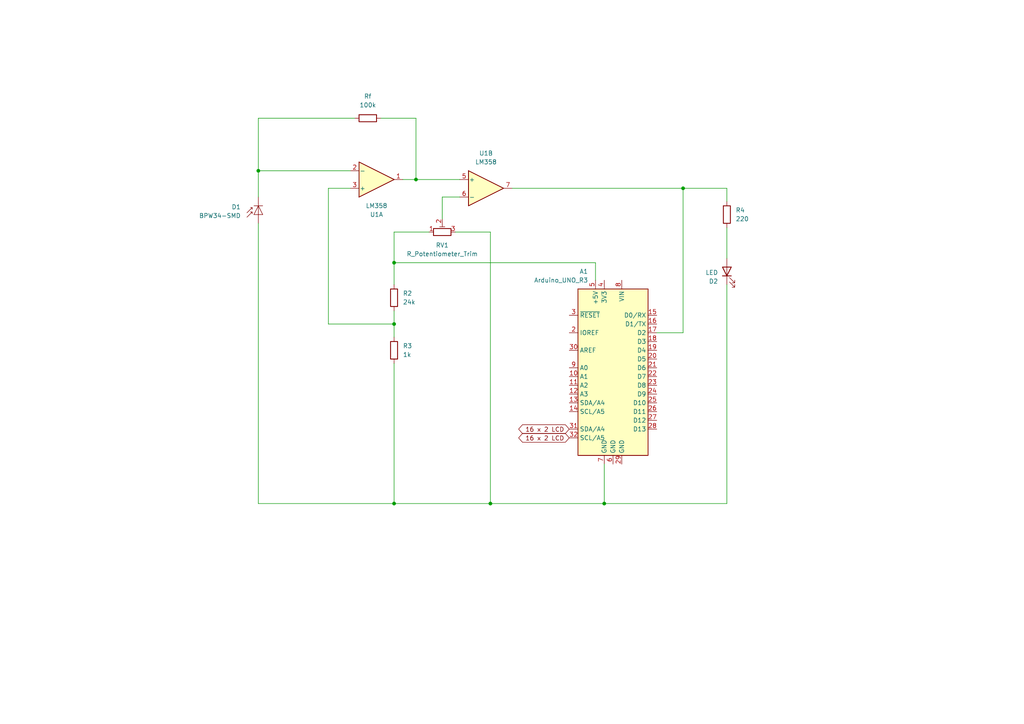
<source format=kicad_sch>
(kicad_sch (version 20250114) (generator "eeschema") (generator_version "9.0")
  (paper "A4")
  (lib_symbols
    (symbol "Amplifier_Operational:LM358" (pin_names (offset 0.127))
      (property "Reference" "U" (at 0 5.08 0))
      (property "Value" "LM358" (at 0 -5.08 0))
      (symbol "LM358_1_1"
        (polyline (pts (xy -5.08 5.08) (xy 5.08 0) (xy -5.08 -5.08) (xy -5.08 5.08)) (stroke (width 0.254)) (fill (type background)))
        (pin input line (at -7.62 2.54 0) (length 2.54) (name "+") (number "3"))
        (pin input line (at -7.62 -2.54 0) (length 2.54) (name "-") (number "2"))
        (pin output line (at 7.62 0 180) (length 2.54) (name "~") (number "1"))
      )
      (symbol "LM358_2_1"
        (polyline (pts (xy -5.08 5.08) (xy 5.08 0) (xy -5.08 -5.08) (xy -5.08 5.08)) (stroke (width 0.254)) (fill (type background)))
        (pin input line (at -7.62 2.54 0) (length 2.54) (name "+") (number "5"))
        (pin input line (at -7.62 -2.54 0) (length 2.54) (name "-") (number "6"))
        (pin output line (at 7.62 0 180) (length 2.54) (name "~") (number "7"))
      )
      (symbol "LM358_3_1"
        (pin power_in line (at -2.54 7.62 270) (length 3.81) (name "V+") (number "8"))
        (pin power_in line (at -2.54 -7.62 90) (length 3.81) (name "V-") (number "4"))
      )
    )
    (symbol "Device:LED" (pin_numbers (hide yes)) (pin_names (offset 1.016) (hide yes))
      (property "Reference" "D" (at 0 2.54 0))
      (property "Value" "LED" (at 0 -2.54 0))
      (symbol "LED_0_1"
        (polyline (pts (xy -3.048 -0.762) (xy -4.572 -2.286) (xy -3.81 -2.286) (xy -4.572 -2.286) (xy -4.572 -1.524)))
        (polyline (pts (xy -1.778 -0.762) (xy -3.302 -2.286) (xy -2.54 -2.286) (xy -3.302 -2.286) (xy -3.302 -1.524)))
        (polyline (pts (xy -1.27 0) (xy 1.27 0)))
        (polyline (pts (xy -1.27 -1.27) (xy -1.27 1.27)) (stroke (width 0.254)))
        (polyline (pts (xy 1.27 -1.27) (xy 1.27 1.27) (xy -1.27 0) (xy 1.27 -1.27)) (stroke (width 0.254)))
      )
      (symbol "LED_1_1"
        (pin passive line (at -3.81 0 0) (length 2.54) (name "K") (number "1"))
        (pin passive line (at 3.81 0 180) (length 2.54) (name "A") (number "2"))
      )
    )
    (symbol "Device:R" (pin_numbers (hide yes)) (pin_names (offset 0))
      (property "Reference" "R" (at 2.032 0 90))
      (property "Value" "R" (at 0 0 90))
      (symbol "R_0_1"
        (rectangle (start -1.016 -2.54) (end 1.016 2.54) (stroke (width 0.254)))
      )
      (symbol "R_1_1"
        (pin passive line (at 0 3.81 270) (length 1.27) (name "~") (number "1"))
        (pin passive line (at 0 -3.81 90) (length 1.27) (name "~") (number "2"))
      )
    )
    (symbol "Device:R_Potentiometer_Trim" (pin_names (offset 1.016) (hide yes))
      (property "Reference" "RV" (at -4.445 0 90))
      (property "Value" "R_Potentiometer_Trim" (at -2.54 0 90))
      (symbol "R_Potentiometer_Trim_0_1"
        (rectangle (start 1.016 2.54) (end -1.016 -2.54) (stroke (width 0.254)))
        (polyline (pts (xy 1.524 0.762) (xy 1.524 -0.762)))
        (polyline (pts (xy 2.54 0) (xy 1.524 0)))
      )
      (symbol "R_Potentiometer_Trim_1_1"
        (pin passive line (at 0 3.81 270) (length 1.27) (name "1") (number "1"))
        (pin passive line (at 0 -3.81 90) (length 1.27) (name "3") (number "3"))
        (pin passive line (at 3.81 0 180) (length 1.27) (name "2") (number "2"))
      )
    )
    (symbol "MCU_Module:Arduino_UNO_R3"
      (property "Reference" "A" (at -10.16 23.495 0))
      (property "Value" "Arduino_UNO_R3" (at 5.08 -26.67 0))
      (symbol "Arduino_UNO_R3_0_1"
        (rectangle (start -10.16 22.86) (end 10.16 -25.4) (stroke (width 0.254)) (fill (type background)))
      )
      (symbol "Arduino_UNO_R3_1_1"
        (pin bidirectional line (at -12.7 15.24 0) (length 2.54) (name "D0/RX") (number "15"))
        (pin bidirectional line (at -12.7 12.7 0) (length 2.54) (name "D1/TX") (number "16"))
        (pin bidirectional line (at -12.7 10.16 0) (length 2.54) (name "D2") (number "17"))
        (pin bidirectional line (at -12.7 7.62 0) (length 2.54) (name "D3") (number "18"))
        (pin bidirectional line (at -12.7 5.08 0) (length 2.54) (name "D4") (number "19"))
        (pin bidirectional line (at -12.7 2.54 0) (length 2.54) (name "D5") (number "20"))
        (pin bidirectional line (at -12.7 0 0) (length 2.54) (name "D6") (number "21"))
        (pin bidirectional line (at -12.7 -2.54 0) (length 2.54) (name "D7") (number "22"))
        (pin bidirectional line (at -12.7 -5.08 0) (length 2.54) (name "D8") (number "23"))
        (pin bidirectional line (at -12.7 -7.62 0) (length 2.54) (name "D9") (number "24"))
        (pin bidirectional line (at -12.7 -10.16 0) (length 2.54) (name "D10") (number "25"))
        (pin bidirectional line (at -12.7 -12.7 0) (length 2.54) (name "D11") (number "26"))
        (pin bidirectional line (at -12.7 -15.24 0) (length 2.54) (name "D12") (number "27"))
        (pin bidirectional line (at -12.7 -17.78 0) (length 2.54) (name "D13") (number "28"))
        (pin no_connect line (at -10.16 -20.32 0) (length 2.54) (hide yes) (name "NC") (number "1"))
        (pin power_in line (at -2.54 25.4 270) (length 2.54) (name "VIN") (number "8"))
        (pin power_in line (at -2.54 -27.94 90) (length 2.54) (name "GND") (number "29"))
        (pin power_in line (at 0 -27.94 90) (length 2.54) (name "GND") (number "6"))
        (pin power_out line (at 2.54 25.4 270) (length 2.54) (name "3V3") (number "4"))
        (pin power_in line (at 2.54 -27.94 90) (length 2.54) (name "GND") (number "7"))
        (pin power_out line (at 5.08 25.4 270) (length 2.54) (name "+5V") (number "5"))
        (pin input line (at 12.7 15.24 180) (length 2.54) (name "~{RESET}") (number "3"))
        (pin output line (at 12.7 10.16 180) (length 2.54) (name "IOREF") (number "2"))
        (pin input line (at 12.7 5.08 180) (length 2.54) (name "AREF") (number "30"))
        (pin bidirectional line (at 12.7 0 180) (length 2.54) (name "A0") (number "9"))
        (pin bidirectional line (at 12.7 -2.54 180) (length 2.54) (name "A1") (number "10"))
        (pin bidirectional line (at 12.7 -5.08 180) (length 2.54) (name "A2") (number "11"))
        (pin bidirectional line (at 12.7 -7.62 180) (length 2.54) (name "A3") (number "12"))
        (pin bidirectional line (at 12.7 -10.16 180) (length 2.54) (name "SDA/A4") (number "13"))
        (pin bidirectional line (at 12.7 -12.7 180) (length 2.54) (name "SCL/A5") (number "14"))
        (pin bidirectional line (at 12.7 -17.78 180) (length 2.54) (name "SDA/A4") (number "31"))
        (pin bidirectional line (at 12.7 -20.32 180) (length 2.54) (name "SCL/A5") (number "32"))
      )
    )
    (symbol "Sensor_Optical:BPW34-SMD" (pin_numbers (hide yes)) (pin_names (offset 1.016) (hide yes))
      (property "Reference" "D" (at 0.508 1.778 0))
      (property "Value" "BPW34-SMD" (at -1.016 -2.794 0))
      (symbol "BPW34-SMD_0_1"
        (polyline (pts (xy -2.54 1.27) (xy -2.54 -1.27)) (stroke (width 0.1524)))
        (polyline (pts (xy -2.032 1.778) (xy -1.524 1.778)))
        (polyline (pts (xy -0.508 3.302) (xy -2.032 1.778) (xy -2.032 2.286)))
        (polyline (pts (xy 0 1.27) (xy -2.54 0) (xy 0 -1.27)))
        (polyline (pts (xy 0 0) (xy -2.54 0)))
        (polyline (pts (xy 0 -1.27) (xy 0 1.27)))
        (polyline (pts (xy 0.762 3.302) (xy -0.762 1.778) (xy -0.762 2.286) (xy -0.762 1.778) (xy -0.254 1.778)))
      )
      (symbol "BPW34-SMD_1_1"
        (pin passive line (at -5.08 0 0) (length 2.54) (name "K") (number "1"))
        (pin passive line (at 2.54 0 180) (length 2.54) (name "A") (number "2"))
      )
    )
  )
  (junction (at 114.3 76.2))
  (junction (at 114.3 146.05))
  (junction (at 142.24 146.05))
  (junction (at 74.93 49.53))
  (junction (at 120.65 52.07))
  (junction (at 198.12 54.61))
  (junction (at 175.26 146.05))
  (junction (at 114.3 93.98))
  (wire (pts (xy 198.12 96.52) (xy 190.5 96.52)))
  (wire (pts (xy 114.3 105.41) (xy 114.3 146.05)))
  (wire (pts (xy 74.93 64.77) (xy 74.93 146.05)))
  (wire (pts (xy 114.3 146.05) (xy 142.24 146.05)))
  (wire (pts (xy 110.49 34.29) (xy 120.65 34.29)))
  (wire (pts (xy 114.3 76.2) (xy 114.3 82.55)))
  (wire (pts (xy 128.27 63.5) (xy 128.27 57.15)))
  (wire (pts (xy 142.24 146.05) (xy 175.26 146.05)))
  (wire (pts (xy 210.82 66.04) (xy 210.82 74.93)))
  (wire (pts (xy 198.12 54.61) (xy 210.82 54.61)))
  (wire (pts (xy 210.82 146.05) (xy 175.26 146.05)))
  (wire (pts (xy 95.25 54.61) (xy 95.25 93.98)))
  (wire (pts (xy 172.72 81.28) (xy 172.72 76.2)))
  (wire (pts (xy 74.93 34.29) (xy 74.93 49.53)))
  (wire (pts (xy 102.87 34.29) (xy 74.93 34.29)))
  (wire (pts (xy 74.93 49.53) (xy 101.6 49.53)))
  (wire (pts (xy 116.84 52.07) (xy 120.65 52.07)))
  (wire (pts (xy 74.93 146.05) (xy 114.3 146.05)))
  (wire (pts (xy 175.26 134.62) (xy 175.26 146.05)))
  (wire (pts (xy 101.6 54.61) (xy 95.25 54.61)))
  (wire (pts (xy 128.27 57.15) (xy 133.35 57.15)))
  (wire (pts (xy 120.65 34.29) (xy 120.65 52.07)))
  (wire (pts (xy 114.3 90.17) (xy 114.3 93.98)))
  (wire (pts (xy 114.3 67.31) (xy 114.3 76.2)))
  (wire (pts (xy 198.12 54.61) (xy 198.12 96.52)))
  (wire (pts (xy 210.82 82.55) (xy 210.82 146.05)))
  (wire (pts (xy 148.59 54.61) (xy 198.12 54.61)))
  (wire (pts (xy 172.72 76.2) (xy 114.3 76.2)))
  (wire (pts (xy 142.24 67.31) (xy 142.24 146.05)))
  (wire (pts (xy 114.3 93.98) (xy 114.3 97.79)))
  (wire (pts (xy 210.82 58.42) (xy 210.82 54.61)))
  (wire (pts (xy 120.65 52.07) (xy 133.35 52.07)))
  (wire (pts (xy 124.46 67.31) (xy 114.3 67.31)))
  (wire (pts (xy 95.25 93.98) (xy 114.3 93.98)))
  (wire (pts (xy 74.93 57.15) (xy 74.93 49.53)))
  (wire (pts (xy 132.08 67.31) (xy 142.24 67.31)))
  (global_label "16 x 2 LCD" (shape bidirectional) (at 165.1 127 180) (property "Intersheetrefs" "${INTERSHEET_REFS}" (effects (hide yes))))
  (global_label "16 x 2 LCD" (shape bidirectional) (at 165.1 124.46 180) (property "Intersheetrefs" "${INTERSHEET_REFS}" (effects (hide yes))))
  (symbol (lib_id "Sensor_Optical:BPW34-SMD") (at 74.93 62.23 90) (mirror x) (unit 1)
    (property "Reference" "D1" (at 69.85 60.0328 90) (effects (justify left)))
    (property "Value" "BPW34-SMD" (at 69.85 62.5728 90) (effects (justify left)))
    (property "Footprint" "OptoDevice:Osram_BPW34S-SMD" (effects (hide yes)))
    (property "Datasheet" "https://dammedia.osram.info/media/resource/hires/osram-dam-5488319/BPW%2034%20S_EN.pdf" (effects (hide yes)))
    (property "Description" "Silicon PIN Photodiode, Area 2.65x2.65mm" (effects (hide yes)))
  )
  (symbol (lib_id "Device:R") (at 106.68 34.29 90) (unit 1)
    (property "Reference" "Rf" (at 106.68 27.94 90))
    (property "Value" "100k" (at 106.68 30.48 90))
    (property "Description" "Resistor" (effects (hide yes)))
  )
  (symbol (lib_id "Device:LED") (at 210.82 78.74 90) (unit 1)
    (property "Reference" "D2" (at 208.28 81.5976 90) (effects (justify left)))
    (property "Value" "LED" (at 208.28 79.0576 90) (effects (justify left)))
    (property "Description" "Light emitting diode" (effects (hide yes)))
    (property "Sim.Pins" "1=K 2=A" (effects (hide yes)))
  )
  (symbol (lib_id "Amplifier_Operational:LM358") (at 140.97 54.61 0) (unit 2)
    (property "Reference" "U1" (at 140.97 44.45 0))
    (property "Value" "LM358" (at 140.97 46.99 0))
    (property "Datasheet" "http://www.ti.com/lit/ds/symlink/lm2904-n.pdf" (effects (hide yes)))
    (property "Description" "Low-Power, Dual Operational Amplifiers, DIP-8/SOIC-8/TO-99-8" (effects (hide yes)))
  )
  (symbol (lib_id "Amplifier_Operational:LM358") (at 109.22 52.07 0) (mirror x) (unit 1)
    (property "Reference" "U1" (at 109.22 62.23 0))
    (property "Value" "LM358" (at 109.22 59.69 0))
    (property "Datasheet" "http://www.ti.com/lit/ds/symlink/lm2904-n.pdf" (effects (hide yes)))
    (property "Description" "Low-Power, Dual Operational Amplifiers, DIP-8/SOIC-8/TO-99-8" (effects (hide yes)))
  )
  (symbol (lib_id "Device:R_Potentiometer_Trim") (at 128.27 67.31 90) (unit 1)
    (property "Reference" "RV1" (at 128.27 71.12 90))
    (property "Value" "R_Potentiometer_Trim" (at 128.27 73.66 90))
    (property "Description" "Trim-potentiometer" (effects (hide yes)))
  )
  (symbol (lib_id "MCU_Module:Arduino_UNO_R3") (at 177.8 106.68 0) (mirror y) (unit 1)
    (property "Reference" "A1" (at 170.5767 78.74 0) (effects (justify left)))
    (property "Value" "Arduino_UNO_R3" (at 170.5767 81.28 0) (effects (justify left)))
    (property "Footprint" "Module:Arduino_UNO_R3" (effects (hide yes)))
    (property "Datasheet" "https://www.arduino.cc/en/Main/arduinoBoardUno" (effects (hide yes)))
    (property "Description" "Arduino UNO Microcontroller Module, release 3" (effects (hide yes)))
  )
  (symbol (lib_id "Device:R") (at 210.82 62.23 0) (unit 1)
    (property "Reference" "R4" (at 213.36 60.9599 0) (effects (justify left)))
    (property "Value" "220" (at 213.36 63.4999 0) (effects (justify left)))
    (property "Description" "Resistor" (effects (hide yes)))
  )
  (symbol (lib_id "Device:R") (at 114.3 86.36 0) (unit 1)
    (property "Reference" "R2" (at 116.84 85.0899 0) (effects (justify left)))
    (property "Value" "24k" (at 116.84 87.6299 0) (effects (justify left)))
    (property "Description" "Resistor" (effects (hide yes)))
  )
  (symbol (lib_id "Device:R") (at 114.3 101.6 0) (unit 1)
    (property "Reference" "R3" (at 116.84 100.3299 0) (effects (justify left)))
    (property "Value" "1k" (at 116.84 102.8699 0) (effects (justify left)))
    (property "Description" "Resistor" (effects (hide yes)))
  )
)
</source>
